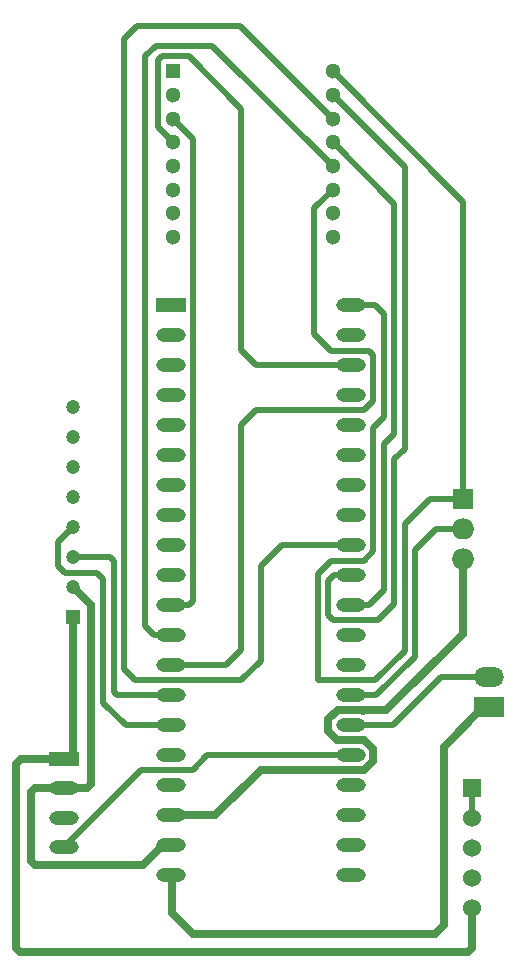
<source format=gbl>
G04*
G04 #@! TF.GenerationSoftware,Altium Limited,Altium Designer,21.3.2 (30)*
G04*
G04 Layer_Physical_Order=2*
G04 Layer_Color=16711680*
%FSLAX44Y44*%
%MOMM*%
G71*
G04*
G04 #@! TF.SameCoordinates,1BCB905A-A0B2-44AB-9C87-BC35C0DBCD6E*
G04*
G04*
G04 #@! TF.FilePolarity,Positive*
G04*
G01*
G75*
%ADD10C,0.6350*%
%ADD11C,0.5080*%
%ADD12C,1.2000*%
%ADD13R,1.2000X1.2000*%
%ADD14C,1.3000*%
%ADD15R,1.3000X1.3000*%
%ADD16R,2.5000X1.2000*%
%ADD17O,2.5000X1.2000*%
%ADD18O,1.9050X1.7780*%
%ADD19R,1.7780X1.7780*%
%ADD20R,2.5400X1.6510*%
%ADD21O,2.5400X1.6510*%
%ADD22R,1.5240X1.5240*%
%ADD23C,1.5240*%
D10*
X1135380Y367030D02*
Y400050D01*
X1153160Y349250D02*
X1357630D01*
X1135380Y367030D02*
X1153160Y349250D01*
X1267660Y520664D02*
X1275244Y513080D01*
X1267660Y520664D02*
Y530896D01*
X1275594Y538830D01*
X1296180D01*
X1275244Y513080D02*
X1297776D01*
X1171956Y449580D02*
X1210406Y488030D01*
X1298125D02*
X1305360Y495265D01*
X1210406Y488030D02*
X1298125D01*
X1297100Y538480D02*
X1316736D01*
X1296815Y538195D02*
X1297100Y538480D01*
X1297776Y513080D02*
X1305360Y505495D01*
Y495265D02*
Y505495D01*
X1316736Y538480D02*
X1381760Y603504D01*
Y666750D01*
X1365250Y356870D02*
Y507365D01*
X1357630Y349250D02*
X1365250Y356870D01*
Y507365D02*
X1398905Y541020D01*
X1403350D01*
X1003300Y337730D02*
Y492850D01*
X1385660Y334010D02*
X1389380Y337730D01*
X1007020Y334010D02*
X1385660D01*
X1389380Y337730D02*
Y370840D01*
X1003300Y337730D02*
X1007020Y334010D01*
X1016000Y410646D02*
Y469464D01*
Y410646D02*
X1018976Y407670D01*
X1066800Y476250D02*
Y627380D01*
X1064006Y473456D02*
X1066800Y476250D01*
X1043940Y472440D02*
X1062990D01*
X1051560Y500900D02*
Y617220D01*
X1111100Y407670D02*
X1127610Y424180D01*
X1018976Y407670D02*
X1111100D01*
X1016000Y469464D02*
X1018976Y472440D01*
X1043940D01*
X1007890Y497440D02*
X1043940D01*
X1003300Y492850D02*
X1007890Y497440D01*
X1051560Y642620D02*
X1066800Y627380D01*
X1134110Y449580D02*
X1171956D01*
D11*
X1165352Y500380D02*
X1286510D01*
X1152906Y487934D02*
X1165352Y500380D01*
X1043940Y422440D02*
X1109434Y487934D01*
X1152906D01*
X1296180Y538830D02*
X1296815Y538195D01*
X1322324Y525780D02*
X1362964Y566420D01*
X1286510Y525780D02*
X1322324D01*
X1258824Y563880D02*
X1307592D01*
X1258570Y564134D02*
X1258824Y563880D01*
X1258570Y564134D02*
Y654050D01*
X1307592Y563880D02*
X1332230Y588518D01*
Y695960D01*
X1341120Y583946D02*
Y674370D01*
X1286510Y551180D02*
X1308354D01*
X1341120Y583946D01*
X1134110Y398780D02*
X1135380Y400050D01*
X1096010Y525780D02*
X1134110D01*
X1076960Y544830D02*
X1096010Y525780D01*
X1076960Y544830D02*
Y649804D01*
X1085850Y554156D02*
Y665044D01*
Y554156D02*
X1088826Y551180D01*
X1134110D01*
X1062990Y472440D02*
X1064006Y473456D01*
X1044448Y655066D02*
X1071698D01*
X1076960Y649804D01*
X1051560Y668020D02*
X1082874D01*
X1085850Y665044D01*
X1095121Y573151D02*
Y1107059D01*
Y573151D02*
X1104392Y563880D01*
X1193800D01*
X1095121Y1107059D02*
X1105662Y1117600D01*
X1048100Y497440D02*
X1051560Y500900D01*
X1043940Y497440D02*
X1048100D01*
X1127610Y424180D02*
X1134110D01*
X1389380Y447040D02*
Y472440D01*
X1123188Y1032572D02*
X1136270Y1019490D01*
X1123188Y1032572D02*
Y1089025D01*
X1126617Y1092454D01*
X1149350D01*
X1193800Y1048004D01*
Y843280D02*
Y1048004D01*
Y843280D02*
X1206500Y830580D01*
X1286510D01*
X1120140Y601980D02*
X1134110D01*
X1112520Y609600D02*
X1120140Y601980D01*
X1112520Y609600D02*
Y1092200D01*
X1121664Y1101344D01*
X1169416D01*
X1271270Y999490D01*
X1286510Y627380D02*
X1301750D01*
X1314450Y640080D01*
Y763778D01*
X1323594Y772922D01*
Y967166D01*
X1271270Y1019490D02*
X1323594Y967166D01*
X1272540Y652780D02*
X1286510D01*
X1267460Y647700D02*
X1272540Y652780D01*
X1267460Y619125D02*
Y647700D01*
Y619125D02*
X1271905Y614680D01*
X1309751D01*
X1323340Y628269D01*
Y751078D01*
X1332484Y760222D01*
Y998276D01*
X1271270Y1059490D02*
X1332484Y998276D01*
X1341120Y674370D02*
X1358900Y692150D01*
X1381760D01*
X1353820Y717550D02*
X1381760D01*
X1332230Y695960D02*
X1353820Y717550D01*
X1258570Y654050D02*
X1269746Y665226D01*
X1297686D01*
X1305560Y673100D01*
Y778002D01*
X1314450Y786892D01*
Y874268D01*
X1307338Y881380D02*
X1314450Y874268D01*
X1286510Y881380D02*
X1307338D01*
X1381760Y717550D02*
Y969000D01*
X1271270Y1079490D02*
X1381760Y969000D01*
X1039114Y660400D02*
X1044448Y655066D01*
X1039114Y660400D02*
Y680974D01*
X1051560Y693420D01*
X1228090Y678180D02*
X1286510D01*
X1210310Y660400D02*
X1228090Y678180D01*
X1210310Y580390D02*
Y660400D01*
X1193800Y563880D02*
X1210310Y580390D01*
X1105662Y1117600D02*
X1193160D01*
X1271270Y1039490D01*
X1362964Y566420D02*
X1403350D01*
X1255522Y963742D02*
X1271270Y979490D01*
X1255522Y857504D02*
Y963742D01*
Y857504D02*
X1270000Y843026D01*
X1301750D01*
X1305560Y839216D01*
Y800100D02*
Y839216D01*
X1298194Y792734D02*
X1305560Y800100D01*
X1206500Y792734D02*
X1298194D01*
X1193800Y780034D02*
X1206500Y792734D01*
X1193800Y589280D02*
Y780034D01*
X1181100Y576580D02*
X1193800Y589280D01*
X1134110Y576580D02*
X1181100D01*
X1134110Y627380D02*
X1149350D01*
X1153160Y631190D01*
Y1022600D01*
X1136270Y1039490D02*
X1153160Y1022600D01*
D12*
X1051560Y795020D02*
D03*
Y769620D02*
D03*
Y744220D02*
D03*
Y718820D02*
D03*
Y693420D02*
D03*
Y668020D02*
D03*
Y642620D02*
D03*
D13*
Y617220D02*
D03*
D14*
X1271270Y939490D02*
D03*
Y959490D02*
D03*
Y979490D02*
D03*
Y999490D02*
D03*
Y1019490D02*
D03*
Y1039490D02*
D03*
Y1059490D02*
D03*
Y1079490D02*
D03*
X1136270Y939490D02*
D03*
Y959490D02*
D03*
Y979490D02*
D03*
Y999490D02*
D03*
Y1019490D02*
D03*
Y1039490D02*
D03*
Y1059490D02*
D03*
D15*
Y1079490D02*
D03*
D16*
X1043940Y497440D02*
D03*
X1134110Y881380D02*
D03*
D17*
X1043940Y472440D02*
D03*
Y447440D02*
D03*
Y422440D02*
D03*
X1134110Y855980D02*
D03*
Y830580D02*
D03*
Y805180D02*
D03*
Y779780D02*
D03*
Y754380D02*
D03*
Y728980D02*
D03*
Y703580D02*
D03*
Y678180D02*
D03*
Y652780D02*
D03*
Y627380D02*
D03*
Y601980D02*
D03*
Y576580D02*
D03*
Y551180D02*
D03*
Y525780D02*
D03*
Y500380D02*
D03*
Y474980D02*
D03*
Y449580D02*
D03*
Y424180D02*
D03*
Y398780D02*
D03*
X1286510Y881380D02*
D03*
Y855980D02*
D03*
Y830580D02*
D03*
Y805180D02*
D03*
Y779780D02*
D03*
Y754380D02*
D03*
Y728980D02*
D03*
Y703580D02*
D03*
Y678180D02*
D03*
Y652780D02*
D03*
Y627380D02*
D03*
Y601980D02*
D03*
Y576580D02*
D03*
Y551180D02*
D03*
Y525780D02*
D03*
Y500380D02*
D03*
Y474980D02*
D03*
Y449580D02*
D03*
Y424180D02*
D03*
Y398780D02*
D03*
D18*
X1381760Y666750D02*
D03*
Y692150D02*
D03*
D19*
Y717550D02*
D03*
D20*
X1403350Y541020D02*
D03*
D21*
Y566420D02*
D03*
D22*
X1389380Y472440D02*
D03*
D23*
Y447040D02*
D03*
Y421640D02*
D03*
Y396240D02*
D03*
Y370840D02*
D03*
M02*

</source>
